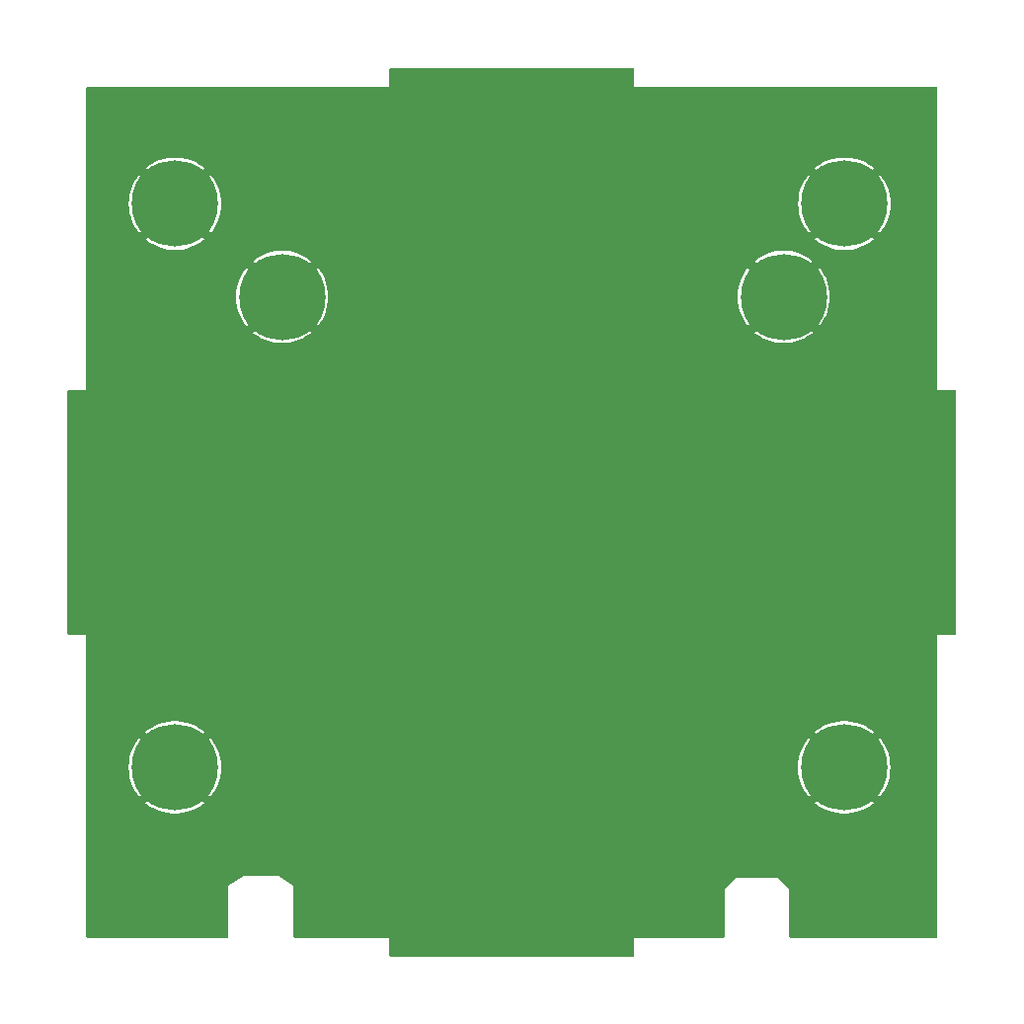
<source format=gbr>
%TF.GenerationSoftware,KiCad,Pcbnew,7.0.5-0*%
%TF.CreationDate,2024-04-21T20:23:48-04:00*%
%TF.ProjectId,swr_meter_divider,7377725f-6d65-4746-9572-5f6469766964,rev?*%
%TF.SameCoordinates,Original*%
%TF.FileFunction,Copper,L2,Bot*%
%TF.FilePolarity,Positive*%
%FSLAX46Y46*%
G04 Gerber Fmt 4.6, Leading zero omitted, Abs format (unit mm)*
G04 Created by KiCad (PCBNEW 7.0.5-0) date 2024-04-21 20:23:48*
%MOMM*%
%LPD*%
G01*
G04 APERTURE LIST*
%TA.AperFunction,ComponentPad*%
%ADD10C,7.400000*%
%TD*%
G04 APERTURE END LIST*
D10*
%TO.P,H7,1,1*%
%TO.N,GND*%
X165005542Y-37058627D03*
%TD*%
%TO.P,H9,1,1*%
%TO.N,GND*%
X116795542Y-45043627D03*
%TD*%
%TO.P,H9,1,1*%
%TO.N,GND*%
X116795542Y-45043627D03*
%TD*%
%TO.P,H6,1,1*%
%TO.N,GND*%
X107605542Y-85393627D03*
%TD*%
%TO.P,H8,1,1*%
%TO.N,GND*%
X164995542Y-85393627D03*
%TD*%
%TO.P,H8,1,1*%
%TO.N,GND*%
X164995542Y-85393627D03*
%TD*%
%TO.P,H5,1,1*%
%TO.N,GND*%
X107615542Y-37058627D03*
%TD*%
%TO.P,H10,1,1*%
%TO.N,GND*%
X159795542Y-45043627D03*
%TD*%
%TO.P,H6,1,1*%
%TO.N,GND*%
X107605542Y-85393627D03*
%TD*%
%TO.P,H7,1,1*%
%TO.N,GND*%
X165005542Y-37058627D03*
%TD*%
%TO.P,H7,1,1*%
%TO.N,GND*%
X165005542Y-37058627D03*
%TD*%
%TO.P,H8,1,1*%
%TO.N,GND*%
X164995542Y-85393627D03*
%TD*%
%TO.P,H6,1,1*%
%TO.N,GND*%
X107605542Y-85393627D03*
%TD*%
%TO.P,H5,1,1*%
%TO.N,GND*%
X107615542Y-37058627D03*
%TD*%
%TO.P,H10,1,1*%
%TO.N,GND*%
X159795542Y-45043627D03*
%TD*%
%TO.P,H10,1,1*%
%TO.N,GND*%
X159795542Y-45043627D03*
%TD*%
%TO.P,H5,1,1*%
%TO.N,GND*%
X107615542Y-37058627D03*
%TD*%
%TO.P,H9,1,1*%
%TO.N,GND*%
X116795542Y-45043627D03*
%TD*%
%TA.AperFunction,Conductor*%
%TO.N,GND*%
G36*
X146958031Y-25419713D02*
G01*
X146994576Y-25470013D01*
X146999500Y-25501100D01*
X146999500Y-26980077D01*
X146999424Y-26980460D01*
X146999458Y-27000000D01*
X146999535Y-27000184D01*
X146999617Y-27000384D01*
X146999997Y-27000541D01*
X146999999Y-27000540D01*
X147000000Y-27000541D01*
X147000000Y-27000540D01*
X147019970Y-27000527D01*
X147020106Y-27000500D01*
X172898900Y-27000500D01*
X172958031Y-27019713D01*
X172994576Y-27070013D01*
X172999500Y-27101100D01*
X172999500Y-52980076D01*
X172999424Y-52980459D01*
X172999458Y-52999999D01*
X172999535Y-53000183D01*
X172999617Y-53000383D01*
X172999997Y-53000540D01*
X172999999Y-53000539D01*
X173000000Y-53000540D01*
X173000000Y-53000539D01*
X173019970Y-53000526D01*
X173020106Y-53000499D01*
X174498899Y-53000499D01*
X174558030Y-53019712D01*
X174594575Y-53070012D01*
X174599499Y-53101099D01*
X174599499Y-73898900D01*
X174580286Y-73958031D01*
X174529986Y-73994576D01*
X174498899Y-73999500D01*
X173020106Y-73999500D01*
X173019900Y-73999459D01*
X172999997Y-73999459D01*
X172999879Y-73999508D01*
X172999617Y-73999615D01*
X172999616Y-73999616D01*
X172999458Y-73999997D01*
X172999473Y-74019970D01*
X172999500Y-74020106D01*
X172999500Y-99898900D01*
X172980287Y-99958031D01*
X172929987Y-99994576D01*
X172898900Y-99999500D01*
X160376642Y-99999500D01*
X160317511Y-99980287D01*
X160280966Y-99929987D01*
X160276042Y-99898900D01*
X160276042Y-95853812D01*
X160276093Y-95853552D01*
X160276083Y-95833629D01*
X160276084Y-95833627D01*
X160275966Y-95833344D01*
X160275925Y-95833244D01*
X160275923Y-95833243D01*
X160262111Y-95819361D01*
X160261726Y-95819104D01*
X159287308Y-94844685D01*
X159275925Y-94833243D01*
X159275827Y-94833203D01*
X159275835Y-94833181D01*
X159275718Y-94833158D01*
X159275542Y-94833085D01*
X159275541Y-94833085D01*
X159255553Y-94833087D01*
X159255358Y-94833127D01*
X155777826Y-94833127D01*
X155776566Y-94833111D01*
X155775542Y-94833085D01*
X155775296Y-94833185D01*
X155775243Y-94833206D01*
X155775210Y-94833221D01*
X155775159Y-94833242D01*
X155774483Y-94833921D01*
X155773554Y-94834829D01*
X154738549Y-95820546D01*
X154736422Y-95821941D01*
X154725156Y-95833246D01*
X154725077Y-95833437D01*
X154725000Y-95833611D01*
X154724657Y-95850437D01*
X154725042Y-95852496D01*
X154725042Y-99898900D01*
X154705829Y-99958031D01*
X154655529Y-99994576D01*
X154624442Y-99999500D01*
X147020106Y-99999500D01*
X147019900Y-99999459D01*
X146999997Y-99999459D01*
X146999879Y-99999508D01*
X146999617Y-99999615D01*
X146999616Y-99999616D01*
X146999458Y-99999997D01*
X146999473Y-100019970D01*
X146999500Y-100020106D01*
X146999500Y-101498898D01*
X146980287Y-101558029D01*
X146929987Y-101594574D01*
X146898900Y-101599498D01*
X126101100Y-101599498D01*
X126041969Y-101580285D01*
X126005424Y-101529985D01*
X126000500Y-101498898D01*
X126000500Y-100020106D01*
X126000526Y-100019970D01*
X126000541Y-99999997D01*
X126000383Y-99999616D01*
X126000120Y-99999508D01*
X126000002Y-99999459D01*
X125980100Y-99999459D01*
X125979894Y-99999500D01*
X117876642Y-99999500D01*
X117817511Y-99980287D01*
X117780966Y-99929987D01*
X117776042Y-99898900D01*
X117776042Y-95595390D01*
X117776862Y-95588350D01*
X117776047Y-95583365D01*
X117772513Y-95579819D01*
X117766300Y-95576357D01*
X116750090Y-94844685D01*
X116532833Y-94688259D01*
X116527940Y-94684082D01*
X116526781Y-94683600D01*
X116525665Y-94683114D01*
X116524401Y-94682841D01*
X116523424Y-94682608D01*
X116517055Y-94683127D01*
X113535815Y-94683127D01*
X113528935Y-94682442D01*
X113527713Y-94682685D01*
X113525400Y-94683134D01*
X113522308Y-94684392D01*
X113516999Y-94688719D01*
X112183377Y-95577801D01*
X112177407Y-95580999D01*
X112175042Y-95583359D01*
X112174367Y-95586819D01*
X112175042Y-95593636D01*
X112175042Y-99898900D01*
X112155829Y-99958031D01*
X112105529Y-99994576D01*
X112074442Y-99999500D01*
X100101100Y-99999500D01*
X100041969Y-99980287D01*
X100005424Y-99929987D01*
X100000500Y-99898900D01*
X100000500Y-85393626D01*
X103646461Y-85393626D01*
X103666773Y-85794153D01*
X103666774Y-85794164D01*
X103727503Y-86190583D01*
X103828026Y-86578827D01*
X103967315Y-86954915D01*
X103967318Y-86954922D01*
X104143933Y-87314975D01*
X104356074Y-87655325D01*
X104551962Y-87908390D01*
X106055422Y-86404929D01*
X106096932Y-86472945D01*
X106270158Y-86681099D01*
X106471847Y-86861812D01*
X106594816Y-86943167D01*
X105091470Y-88446513D01*
X105182162Y-88524370D01*
X105182168Y-88524375D01*
X105511329Y-88753476D01*
X105511328Y-88753476D01*
X105861989Y-88948110D01*
X105861992Y-88948111D01*
X106230530Y-89106263D01*
X106230535Y-89106265D01*
X106613175Y-89226319D01*
X106613189Y-89226323D01*
X107006025Y-89307052D01*
X107006029Y-89307053D01*
X107405018Y-89347627D01*
X107806066Y-89347627D01*
X108205054Y-89307053D01*
X108205058Y-89307052D01*
X108597894Y-89226323D01*
X108597908Y-89226319D01*
X108980548Y-89106265D01*
X108980553Y-89106263D01*
X109349091Y-88948111D01*
X109349094Y-88948110D01*
X109699750Y-88753479D01*
X110028922Y-88524368D01*
X110119613Y-88446513D01*
X108619247Y-86946147D01*
X108629042Y-86940650D01*
X108843384Y-86775141D01*
X109031342Y-86580187D01*
X109156282Y-86405552D01*
X110659120Y-87908390D01*
X110855009Y-87655325D01*
X111067150Y-87314975D01*
X111243765Y-86954922D01*
X111243768Y-86954915D01*
X111383057Y-86578827D01*
X111483580Y-86190583D01*
X111544309Y-85794164D01*
X111544310Y-85794153D01*
X111564622Y-85393626D01*
X161036461Y-85393626D01*
X161056773Y-85794153D01*
X161056774Y-85794164D01*
X161117503Y-86190583D01*
X161218026Y-86578827D01*
X161357315Y-86954915D01*
X161357318Y-86954922D01*
X161533933Y-87314975D01*
X161746074Y-87655325D01*
X161941962Y-87908390D01*
X163445422Y-86404929D01*
X163486932Y-86472945D01*
X163660158Y-86681099D01*
X163861847Y-86861812D01*
X163984816Y-86943167D01*
X162481470Y-88446513D01*
X162572162Y-88524370D01*
X162572168Y-88524375D01*
X162901329Y-88753476D01*
X162901328Y-88753476D01*
X163251989Y-88948110D01*
X163251992Y-88948111D01*
X163620530Y-89106263D01*
X163620535Y-89106265D01*
X164003175Y-89226319D01*
X164003189Y-89226323D01*
X164396025Y-89307052D01*
X164396029Y-89307053D01*
X164795018Y-89347627D01*
X165196066Y-89347627D01*
X165595054Y-89307053D01*
X165595058Y-89307052D01*
X165987894Y-89226323D01*
X165987908Y-89226319D01*
X166370548Y-89106265D01*
X166370553Y-89106263D01*
X166739091Y-88948111D01*
X166739094Y-88948110D01*
X167089750Y-88753479D01*
X167418922Y-88524368D01*
X167509613Y-88446513D01*
X166009247Y-86946147D01*
X166019042Y-86940650D01*
X166233384Y-86775141D01*
X166421342Y-86580187D01*
X166546282Y-86405552D01*
X168049120Y-87908390D01*
X168245009Y-87655325D01*
X168457150Y-87314975D01*
X168633765Y-86954922D01*
X168633768Y-86954915D01*
X168773057Y-86578827D01*
X168873580Y-86190583D01*
X168934309Y-85794164D01*
X168934310Y-85794153D01*
X168954622Y-85393627D01*
X168934310Y-84993100D01*
X168934309Y-84993089D01*
X168873580Y-84596670D01*
X168773057Y-84208426D01*
X168633768Y-83832338D01*
X168633765Y-83832331D01*
X168457150Y-83472278D01*
X168245009Y-83131928D01*
X168049121Y-82878862D01*
X168049120Y-82878862D01*
X166545659Y-84382322D01*
X166504152Y-84314309D01*
X166330926Y-84106155D01*
X166129237Y-83925442D01*
X166006266Y-83844085D01*
X167509612Y-82340739D01*
X167509613Y-82340739D01*
X167418921Y-82262883D01*
X167418915Y-82262878D01*
X167089754Y-82033777D01*
X167089755Y-82033777D01*
X166739094Y-81839143D01*
X166739091Y-81839142D01*
X166370553Y-81680990D01*
X166370548Y-81680988D01*
X165987908Y-81560934D01*
X165987894Y-81560930D01*
X165595058Y-81480201D01*
X165595054Y-81480200D01*
X165196066Y-81439627D01*
X164795018Y-81439627D01*
X164396029Y-81480200D01*
X164396025Y-81480201D01*
X164003189Y-81560930D01*
X164003175Y-81560934D01*
X163620535Y-81680988D01*
X163620530Y-81680990D01*
X163251992Y-81839142D01*
X163251989Y-81839143D01*
X162901328Y-82033777D01*
X162572172Y-82262875D01*
X162572168Y-82262879D01*
X162481470Y-82340739D01*
X163981837Y-83841106D01*
X163972042Y-83846604D01*
X163757700Y-84012113D01*
X163569742Y-84207067D01*
X163444801Y-84381701D01*
X161941962Y-82878862D01*
X161746075Y-83131928D01*
X161533933Y-83472278D01*
X161357318Y-83832331D01*
X161357315Y-83832338D01*
X161218026Y-84208426D01*
X161117503Y-84596670D01*
X161056774Y-84993089D01*
X161056773Y-84993100D01*
X161036461Y-85393626D01*
X111564622Y-85393626D01*
X111544310Y-84993100D01*
X111544309Y-84993089D01*
X111483580Y-84596670D01*
X111383057Y-84208426D01*
X111243768Y-83832338D01*
X111243765Y-83832331D01*
X111067150Y-83472278D01*
X110855009Y-83131928D01*
X110659121Y-82878862D01*
X110659120Y-82878862D01*
X109155660Y-84382322D01*
X109114152Y-84314309D01*
X108940926Y-84106155D01*
X108739237Y-83925442D01*
X108616266Y-83844085D01*
X110119612Y-82340739D01*
X110119613Y-82340739D01*
X110028921Y-82262883D01*
X110028915Y-82262878D01*
X109699754Y-82033777D01*
X109699755Y-82033777D01*
X109349094Y-81839143D01*
X109349091Y-81839142D01*
X108980553Y-81680990D01*
X108980548Y-81680988D01*
X108597908Y-81560934D01*
X108597894Y-81560930D01*
X108205058Y-81480201D01*
X108205054Y-81480200D01*
X107806066Y-81439627D01*
X107405018Y-81439627D01*
X107006029Y-81480200D01*
X107006025Y-81480201D01*
X106613189Y-81560930D01*
X106613175Y-81560934D01*
X106230535Y-81680988D01*
X106230530Y-81680990D01*
X105861992Y-81839142D01*
X105861989Y-81839143D01*
X105511328Y-82033777D01*
X105182172Y-82262875D01*
X105182168Y-82262879D01*
X105091470Y-82340739D01*
X106591837Y-83841106D01*
X106582042Y-83846604D01*
X106367700Y-84012113D01*
X106179742Y-84207067D01*
X106054801Y-84381700D01*
X104551962Y-82878862D01*
X104356075Y-83131928D01*
X104143933Y-83472278D01*
X103967318Y-83832331D01*
X103967315Y-83832338D01*
X103828026Y-84208426D01*
X103727503Y-84596670D01*
X103666774Y-84993089D01*
X103666773Y-84993100D01*
X103646461Y-85393626D01*
X100000500Y-85393626D01*
X100000500Y-74020106D01*
X100000526Y-74019970D01*
X100000541Y-73999997D01*
X100000383Y-73999616D01*
X100000120Y-73999508D01*
X100000002Y-73999459D01*
X99980100Y-73999459D01*
X99979894Y-73999500D01*
X98501102Y-73999500D01*
X98441971Y-73980287D01*
X98405426Y-73929987D01*
X98400502Y-73898900D01*
X98400502Y-53101099D01*
X98419715Y-53041968D01*
X98470015Y-53005423D01*
X98501102Y-53000499D01*
X99979894Y-53000499D01*
X99980029Y-53000526D01*
X99980030Y-53000526D01*
X99999999Y-53000539D01*
X100000000Y-53000540D01*
X100000000Y-53000539D01*
X100000002Y-53000540D01*
X100000382Y-53000383D01*
X100000382Y-53000382D01*
X100000383Y-53000382D01*
X100000500Y-53000098D01*
X100000541Y-52999999D01*
X100000575Y-52980459D01*
X100000499Y-52980081D01*
X100000499Y-45043626D01*
X112836461Y-45043626D01*
X112856773Y-45444153D01*
X112856774Y-45444164D01*
X112917503Y-45840583D01*
X113018026Y-46228827D01*
X113157315Y-46604915D01*
X113157318Y-46604922D01*
X113333933Y-46964975D01*
X113546074Y-47305325D01*
X113741962Y-47558390D01*
X115245422Y-46054929D01*
X115286932Y-46122945D01*
X115460158Y-46331099D01*
X115661847Y-46511812D01*
X115784816Y-46593167D01*
X114281470Y-48096513D01*
X114372162Y-48174370D01*
X114372168Y-48174375D01*
X114701329Y-48403476D01*
X114701328Y-48403476D01*
X115051989Y-48598110D01*
X115051992Y-48598111D01*
X115420530Y-48756263D01*
X115420535Y-48756265D01*
X115803175Y-48876319D01*
X115803189Y-48876323D01*
X116196025Y-48957052D01*
X116196029Y-48957053D01*
X116595018Y-48997627D01*
X116996066Y-48997627D01*
X117395054Y-48957053D01*
X117395058Y-48957052D01*
X117787894Y-48876323D01*
X117787908Y-48876319D01*
X118170548Y-48756265D01*
X118170553Y-48756263D01*
X118539091Y-48598111D01*
X118539094Y-48598110D01*
X118889750Y-48403479D01*
X119218922Y-48174368D01*
X119309613Y-48096513D01*
X117809247Y-46596147D01*
X117819042Y-46590650D01*
X118033384Y-46425141D01*
X118221342Y-46230187D01*
X118346282Y-46055552D01*
X119849120Y-47558390D01*
X120045009Y-47305325D01*
X120257150Y-46964975D01*
X120433765Y-46604922D01*
X120433768Y-46604915D01*
X120573057Y-46228827D01*
X120673580Y-45840583D01*
X120734309Y-45444164D01*
X120734310Y-45444153D01*
X120754622Y-45043626D01*
X155836461Y-45043626D01*
X155856773Y-45444153D01*
X155856774Y-45444164D01*
X155917503Y-45840583D01*
X156018026Y-46228827D01*
X156157315Y-46604915D01*
X156157318Y-46604922D01*
X156333933Y-46964975D01*
X156546074Y-47305325D01*
X156741962Y-47558390D01*
X158245422Y-46054929D01*
X158286932Y-46122945D01*
X158460158Y-46331099D01*
X158661847Y-46511812D01*
X158784816Y-46593167D01*
X157281470Y-48096513D01*
X157372162Y-48174370D01*
X157372168Y-48174375D01*
X157701329Y-48403476D01*
X157701328Y-48403476D01*
X158051989Y-48598110D01*
X158051992Y-48598111D01*
X158420530Y-48756263D01*
X158420535Y-48756265D01*
X158803175Y-48876319D01*
X158803189Y-48876323D01*
X159196025Y-48957052D01*
X159196029Y-48957053D01*
X159595018Y-48997627D01*
X159996066Y-48997627D01*
X160395054Y-48957053D01*
X160395058Y-48957052D01*
X160787894Y-48876323D01*
X160787908Y-48876319D01*
X161170548Y-48756265D01*
X161170553Y-48756263D01*
X161539091Y-48598111D01*
X161539094Y-48598110D01*
X161889750Y-48403479D01*
X162218922Y-48174368D01*
X162309613Y-48096513D01*
X160809247Y-46596147D01*
X160819042Y-46590650D01*
X161033384Y-46425141D01*
X161221342Y-46230187D01*
X161346282Y-46055552D01*
X162849120Y-47558390D01*
X163045009Y-47305325D01*
X163257150Y-46964975D01*
X163433765Y-46604922D01*
X163433768Y-46604915D01*
X163573057Y-46228827D01*
X163673580Y-45840583D01*
X163734309Y-45444164D01*
X163734310Y-45444153D01*
X163754622Y-45043627D01*
X163734310Y-44643100D01*
X163734309Y-44643089D01*
X163673580Y-44246670D01*
X163573057Y-43858426D01*
X163433768Y-43482338D01*
X163433765Y-43482331D01*
X163257150Y-43122278D01*
X163045009Y-42781928D01*
X162849121Y-42528862D01*
X162849120Y-42528862D01*
X161345660Y-44032322D01*
X161304152Y-43964309D01*
X161130926Y-43756155D01*
X160929237Y-43575442D01*
X160806266Y-43494085D01*
X162309612Y-41990739D01*
X162309613Y-41990739D01*
X162218921Y-41912883D01*
X162218915Y-41912878D01*
X161889754Y-41683777D01*
X161889755Y-41683777D01*
X161539094Y-41489143D01*
X161539091Y-41489142D01*
X161170553Y-41330990D01*
X161170548Y-41330988D01*
X160787908Y-41210934D01*
X160787894Y-41210930D01*
X160395058Y-41130201D01*
X160395054Y-41130200D01*
X159996066Y-41089627D01*
X159595018Y-41089627D01*
X159196029Y-41130200D01*
X159196025Y-41130201D01*
X158803189Y-41210930D01*
X158803175Y-41210934D01*
X158420535Y-41330988D01*
X158420530Y-41330990D01*
X158051992Y-41489142D01*
X158051989Y-41489143D01*
X157701328Y-41683777D01*
X157372172Y-41912875D01*
X157372168Y-41912879D01*
X157281470Y-41990739D01*
X158781837Y-43491106D01*
X158772042Y-43496604D01*
X158557700Y-43662113D01*
X158369742Y-43857067D01*
X158244801Y-44031700D01*
X156741962Y-42528862D01*
X156546075Y-42781928D01*
X156333933Y-43122278D01*
X156157318Y-43482331D01*
X156157315Y-43482338D01*
X156018026Y-43858426D01*
X155917503Y-44246670D01*
X155856774Y-44643089D01*
X155856773Y-44643100D01*
X155836461Y-45043626D01*
X120754622Y-45043626D01*
X120734310Y-44643100D01*
X120734309Y-44643089D01*
X120673580Y-44246670D01*
X120573057Y-43858426D01*
X120433768Y-43482338D01*
X120433765Y-43482331D01*
X120257150Y-43122278D01*
X120045009Y-42781928D01*
X119849121Y-42528862D01*
X119849120Y-42528862D01*
X118345660Y-44032322D01*
X118304152Y-43964309D01*
X118130926Y-43756155D01*
X117929237Y-43575442D01*
X117806266Y-43494085D01*
X119309612Y-41990739D01*
X119309613Y-41990739D01*
X119218921Y-41912883D01*
X119218915Y-41912878D01*
X118889754Y-41683777D01*
X118889755Y-41683777D01*
X118539094Y-41489143D01*
X118539091Y-41489142D01*
X118170553Y-41330990D01*
X118170548Y-41330988D01*
X117787908Y-41210934D01*
X117787894Y-41210930D01*
X117395058Y-41130201D01*
X117395054Y-41130200D01*
X116996066Y-41089627D01*
X116595018Y-41089627D01*
X116196029Y-41130200D01*
X116196025Y-41130201D01*
X115803189Y-41210930D01*
X115803175Y-41210934D01*
X115420535Y-41330988D01*
X115420530Y-41330990D01*
X115051992Y-41489142D01*
X115051989Y-41489143D01*
X114701328Y-41683777D01*
X114372172Y-41912875D01*
X114372168Y-41912879D01*
X114281470Y-41990739D01*
X115781837Y-43491106D01*
X115772042Y-43496604D01*
X115557700Y-43662113D01*
X115369742Y-43857067D01*
X115244801Y-44031701D01*
X113741962Y-42528862D01*
X113546075Y-42781928D01*
X113333933Y-43122278D01*
X113157318Y-43482331D01*
X113157315Y-43482338D01*
X113018026Y-43858426D01*
X112917503Y-44246670D01*
X112856774Y-44643089D01*
X112856773Y-44643100D01*
X112836461Y-45043626D01*
X100000499Y-45043626D01*
X100000500Y-37058627D01*
X103656461Y-37058627D01*
X103676773Y-37459153D01*
X103676774Y-37459164D01*
X103737503Y-37855583D01*
X103838026Y-38243827D01*
X103977315Y-38619915D01*
X103977318Y-38619922D01*
X104153933Y-38979975D01*
X104366074Y-39320325D01*
X104561962Y-39573390D01*
X106065422Y-38069929D01*
X106106932Y-38137945D01*
X106280158Y-38346099D01*
X106481847Y-38526812D01*
X106604816Y-38608167D01*
X105101470Y-40111513D01*
X105192162Y-40189370D01*
X105192168Y-40189375D01*
X105521329Y-40418476D01*
X105521328Y-40418476D01*
X105871989Y-40613110D01*
X105871992Y-40613111D01*
X106240530Y-40771263D01*
X106240535Y-40771265D01*
X106623175Y-40891319D01*
X106623189Y-40891323D01*
X107016025Y-40972052D01*
X107016029Y-40972053D01*
X107415018Y-41012627D01*
X107816066Y-41012627D01*
X108215054Y-40972053D01*
X108215058Y-40972052D01*
X108607894Y-40891323D01*
X108607908Y-40891319D01*
X108990548Y-40771265D01*
X108990553Y-40771263D01*
X109359091Y-40613111D01*
X109359094Y-40613110D01*
X109709750Y-40418479D01*
X110038922Y-40189368D01*
X110129613Y-40111513D01*
X108629247Y-38611147D01*
X108639042Y-38605650D01*
X108853384Y-38440141D01*
X109041342Y-38245187D01*
X109166282Y-38070552D01*
X110669120Y-39573390D01*
X110865009Y-39320325D01*
X111077150Y-38979975D01*
X111253765Y-38619922D01*
X111253768Y-38619915D01*
X111393057Y-38243827D01*
X111493580Y-37855583D01*
X111554309Y-37459164D01*
X111554310Y-37459153D01*
X111574622Y-37058626D01*
X161046461Y-37058626D01*
X161066773Y-37459153D01*
X161066774Y-37459164D01*
X161127503Y-37855583D01*
X161228026Y-38243827D01*
X161367315Y-38619915D01*
X161367318Y-38619922D01*
X161543933Y-38979975D01*
X161756074Y-39320325D01*
X161951962Y-39573390D01*
X163455422Y-38069929D01*
X163496932Y-38137945D01*
X163670158Y-38346099D01*
X163871847Y-38526812D01*
X163994816Y-38608167D01*
X162491470Y-40111513D01*
X162582162Y-40189370D01*
X162582168Y-40189375D01*
X162911329Y-40418476D01*
X162911328Y-40418476D01*
X163261989Y-40613110D01*
X163261992Y-40613111D01*
X163630530Y-40771263D01*
X163630535Y-40771265D01*
X164013175Y-40891319D01*
X164013189Y-40891323D01*
X164406025Y-40972052D01*
X164406029Y-40972053D01*
X164805018Y-41012627D01*
X165206066Y-41012627D01*
X165605054Y-40972053D01*
X165605058Y-40972052D01*
X165997894Y-40891323D01*
X165997908Y-40891319D01*
X166380548Y-40771265D01*
X166380553Y-40771263D01*
X166749091Y-40613111D01*
X166749094Y-40613110D01*
X167099750Y-40418479D01*
X167428922Y-40189368D01*
X167519613Y-40111513D01*
X166019247Y-38611147D01*
X166029042Y-38605650D01*
X166243384Y-38440141D01*
X166431342Y-38245187D01*
X166556282Y-38070552D01*
X168059120Y-39573390D01*
X168255009Y-39320325D01*
X168467150Y-38979975D01*
X168643765Y-38619922D01*
X168643768Y-38619915D01*
X168783057Y-38243827D01*
X168883580Y-37855583D01*
X168944309Y-37459164D01*
X168944310Y-37459153D01*
X168964622Y-37058627D01*
X168944310Y-36658100D01*
X168944309Y-36658089D01*
X168883580Y-36261670D01*
X168783057Y-35873426D01*
X168643768Y-35497338D01*
X168643765Y-35497331D01*
X168467150Y-35137278D01*
X168255009Y-34796928D01*
X168059120Y-34543862D01*
X166555659Y-36047322D01*
X166514152Y-35979309D01*
X166340926Y-35771155D01*
X166139237Y-35590442D01*
X166016266Y-35509085D01*
X167519612Y-34005739D01*
X167519613Y-34005739D01*
X167428921Y-33927883D01*
X167428915Y-33927878D01*
X167099754Y-33698777D01*
X167099755Y-33698777D01*
X166749094Y-33504143D01*
X166749091Y-33504142D01*
X166380553Y-33345990D01*
X166380548Y-33345988D01*
X165997908Y-33225934D01*
X165997894Y-33225930D01*
X165605058Y-33145201D01*
X165605054Y-33145200D01*
X165206066Y-33104627D01*
X164805018Y-33104627D01*
X164406029Y-33145200D01*
X164406025Y-33145201D01*
X164013189Y-33225930D01*
X164013175Y-33225934D01*
X163630535Y-33345988D01*
X163630530Y-33345990D01*
X163261992Y-33504142D01*
X163261989Y-33504143D01*
X162911328Y-33698777D01*
X162582172Y-33927875D01*
X162582168Y-33927879D01*
X162491470Y-34005739D01*
X163991837Y-35506106D01*
X163982042Y-35511604D01*
X163767700Y-35677113D01*
X163579742Y-35872067D01*
X163454801Y-36046701D01*
X161951962Y-34543862D01*
X161756075Y-34796928D01*
X161543933Y-35137278D01*
X161367318Y-35497331D01*
X161367315Y-35497338D01*
X161228026Y-35873426D01*
X161127503Y-36261670D01*
X161066774Y-36658089D01*
X161066773Y-36658100D01*
X161046461Y-37058626D01*
X111574622Y-37058626D01*
X111554310Y-36658100D01*
X111554309Y-36658089D01*
X111493580Y-36261670D01*
X111393057Y-35873426D01*
X111253768Y-35497338D01*
X111253765Y-35497331D01*
X111077150Y-35137278D01*
X110865009Y-34796928D01*
X110669121Y-34543862D01*
X110669120Y-34543862D01*
X109165660Y-36047322D01*
X109124152Y-35979309D01*
X108950926Y-35771155D01*
X108749237Y-35590442D01*
X108626266Y-35509085D01*
X110129612Y-34005739D01*
X110129613Y-34005739D01*
X110038921Y-33927883D01*
X110038915Y-33927878D01*
X109709754Y-33698777D01*
X109709755Y-33698777D01*
X109359094Y-33504143D01*
X109359091Y-33504142D01*
X108990553Y-33345990D01*
X108990548Y-33345988D01*
X108607908Y-33225934D01*
X108607894Y-33225930D01*
X108215058Y-33145201D01*
X108215054Y-33145200D01*
X107816066Y-33104627D01*
X107415018Y-33104627D01*
X107016029Y-33145200D01*
X107016025Y-33145201D01*
X106623189Y-33225930D01*
X106623175Y-33225934D01*
X106240535Y-33345988D01*
X106240530Y-33345990D01*
X105871992Y-33504142D01*
X105871989Y-33504143D01*
X105521328Y-33698777D01*
X105192172Y-33927875D01*
X105192168Y-33927879D01*
X105101470Y-34005739D01*
X106601837Y-35506106D01*
X106592042Y-35511604D01*
X106377700Y-35677113D01*
X106189742Y-35872067D01*
X106064801Y-36046701D01*
X104561962Y-34543862D01*
X104366075Y-34796928D01*
X104153933Y-35137278D01*
X103977318Y-35497331D01*
X103977315Y-35497338D01*
X103838026Y-35873426D01*
X103737503Y-36261670D01*
X103676774Y-36658089D01*
X103676773Y-36658100D01*
X103656461Y-37058627D01*
X100000500Y-37058627D01*
X100000500Y-27101099D01*
X100019713Y-27041969D01*
X100070013Y-27005424D01*
X100101100Y-27000500D01*
X125979894Y-27000500D01*
X125980029Y-27000527D01*
X125980030Y-27000527D01*
X125999999Y-27000540D01*
X126000000Y-27000541D01*
X126000000Y-27000540D01*
X126000002Y-27000541D01*
X126000382Y-27000384D01*
X126000382Y-27000383D01*
X126000383Y-27000383D01*
X126000500Y-27000099D01*
X126000541Y-27000000D01*
X126000575Y-26980460D01*
X126000500Y-26980082D01*
X126000500Y-25501100D01*
X126019713Y-25441969D01*
X126070013Y-25405424D01*
X126101100Y-25400500D01*
X146898900Y-25400500D01*
X146958031Y-25419713D01*
G37*
%TD.AperFunction*%
%TD*%
%TA.AperFunction,Conductor*%
%TO.N,GND*%
G36*
X146958031Y-25419713D02*
G01*
X146994576Y-25470013D01*
X146999500Y-25501100D01*
X146999500Y-26980077D01*
X146999424Y-26980460D01*
X146999458Y-27000000D01*
X146999535Y-27000184D01*
X146999617Y-27000384D01*
X146999997Y-27000541D01*
X146999999Y-27000540D01*
X147000000Y-27000541D01*
X147000000Y-27000540D01*
X147019970Y-27000527D01*
X147020106Y-27000500D01*
X172898900Y-27000500D01*
X172958031Y-27019713D01*
X172994576Y-27070013D01*
X172999500Y-27101100D01*
X172999500Y-52980076D01*
X172999424Y-52980459D01*
X172999458Y-52999999D01*
X172999535Y-53000183D01*
X172999617Y-53000383D01*
X172999997Y-53000540D01*
X172999999Y-53000539D01*
X173000000Y-53000540D01*
X173000000Y-53000539D01*
X173019970Y-53000526D01*
X173020106Y-53000499D01*
X174498899Y-53000499D01*
X174558030Y-53019712D01*
X174594575Y-53070012D01*
X174599499Y-53101099D01*
X174599499Y-73898900D01*
X174580286Y-73958031D01*
X174529986Y-73994576D01*
X174498899Y-73999500D01*
X173020106Y-73999500D01*
X173019900Y-73999459D01*
X172999997Y-73999459D01*
X172999879Y-73999508D01*
X172999617Y-73999615D01*
X172999616Y-73999616D01*
X172999458Y-73999997D01*
X172999473Y-74019970D01*
X172999500Y-74020106D01*
X172999500Y-99898900D01*
X172980287Y-99958031D01*
X172929987Y-99994576D01*
X172898900Y-99999500D01*
X160376642Y-99999500D01*
X160317511Y-99980287D01*
X160280966Y-99929987D01*
X160276042Y-99898900D01*
X160276042Y-95853812D01*
X160276093Y-95853552D01*
X160276083Y-95833629D01*
X160276084Y-95833627D01*
X160275966Y-95833344D01*
X160275925Y-95833244D01*
X160275923Y-95833243D01*
X160262111Y-95819361D01*
X160261726Y-95819104D01*
X159287308Y-94844685D01*
X159275925Y-94833243D01*
X159275827Y-94833203D01*
X159275835Y-94833181D01*
X159275718Y-94833158D01*
X159275542Y-94833085D01*
X159275541Y-94833085D01*
X159255553Y-94833087D01*
X159255358Y-94833127D01*
X155777826Y-94833127D01*
X155776566Y-94833111D01*
X155775542Y-94833085D01*
X155775296Y-94833185D01*
X155775243Y-94833206D01*
X155775210Y-94833221D01*
X155775159Y-94833242D01*
X155774483Y-94833921D01*
X155773554Y-94834829D01*
X154738549Y-95820546D01*
X154736422Y-95821941D01*
X154725156Y-95833246D01*
X154725077Y-95833437D01*
X154725000Y-95833611D01*
X154724657Y-95850437D01*
X154725042Y-95852496D01*
X154725042Y-99898900D01*
X154705829Y-99958031D01*
X154655529Y-99994576D01*
X154624442Y-99999500D01*
X147020106Y-99999500D01*
X147019900Y-99999459D01*
X146999997Y-99999459D01*
X146999879Y-99999508D01*
X146999617Y-99999615D01*
X146999616Y-99999616D01*
X146999458Y-99999997D01*
X146999473Y-100019970D01*
X146999500Y-100020106D01*
X146999500Y-101498898D01*
X146980287Y-101558029D01*
X146929987Y-101594574D01*
X146898900Y-101599498D01*
X126101100Y-101599498D01*
X126041969Y-101580285D01*
X126005424Y-101529985D01*
X126000500Y-101498898D01*
X126000500Y-100020106D01*
X126000526Y-100019970D01*
X126000541Y-99999997D01*
X126000383Y-99999616D01*
X126000120Y-99999508D01*
X126000002Y-99999459D01*
X125980100Y-99999459D01*
X125979894Y-99999500D01*
X117876642Y-99999500D01*
X117817511Y-99980287D01*
X117780966Y-99929987D01*
X117776042Y-99898900D01*
X117776042Y-95595390D01*
X117776862Y-95588350D01*
X117776047Y-95583365D01*
X117772513Y-95579819D01*
X117766300Y-95576357D01*
X116750090Y-94844685D01*
X116532833Y-94688259D01*
X116527940Y-94684082D01*
X116526781Y-94683600D01*
X116525665Y-94683114D01*
X116524401Y-94682841D01*
X116523424Y-94682608D01*
X116517055Y-94683127D01*
X113535815Y-94683127D01*
X113528935Y-94682442D01*
X113527713Y-94682685D01*
X113525400Y-94683134D01*
X113522308Y-94684392D01*
X113516999Y-94688719D01*
X112183377Y-95577801D01*
X112177407Y-95580999D01*
X112175042Y-95583359D01*
X112174367Y-95586819D01*
X112175042Y-95593636D01*
X112175042Y-99898900D01*
X112155829Y-99958031D01*
X112105529Y-99994576D01*
X112074442Y-99999500D01*
X100101100Y-99999500D01*
X100041969Y-99980287D01*
X100005424Y-99929987D01*
X100000500Y-99898900D01*
X100000500Y-85393626D01*
X103646461Y-85393626D01*
X103666773Y-85794153D01*
X103666774Y-85794164D01*
X103727503Y-86190583D01*
X103828026Y-86578827D01*
X103967315Y-86954915D01*
X103967318Y-86954922D01*
X104143933Y-87314975D01*
X104356074Y-87655325D01*
X104551962Y-87908390D01*
X106055422Y-86404929D01*
X106096932Y-86472945D01*
X106270158Y-86681099D01*
X106471847Y-86861812D01*
X106594816Y-86943167D01*
X105091470Y-88446513D01*
X105182162Y-88524370D01*
X105182168Y-88524375D01*
X105511329Y-88753476D01*
X105511328Y-88753476D01*
X105861989Y-88948110D01*
X105861992Y-88948111D01*
X106230530Y-89106263D01*
X106230535Y-89106265D01*
X106613175Y-89226319D01*
X106613189Y-89226323D01*
X107006025Y-89307052D01*
X107006029Y-89307053D01*
X107405018Y-89347627D01*
X107806066Y-89347627D01*
X108205054Y-89307053D01*
X108205058Y-89307052D01*
X108597894Y-89226323D01*
X108597908Y-89226319D01*
X108980548Y-89106265D01*
X108980553Y-89106263D01*
X109349091Y-88948111D01*
X109349094Y-88948110D01*
X109699750Y-88753479D01*
X110028922Y-88524368D01*
X110119613Y-88446513D01*
X108619247Y-86946147D01*
X108629042Y-86940650D01*
X108843384Y-86775141D01*
X109031342Y-86580187D01*
X109156282Y-86405552D01*
X110659120Y-87908390D01*
X110855009Y-87655325D01*
X111067150Y-87314975D01*
X111243765Y-86954922D01*
X111243768Y-86954915D01*
X111383057Y-86578827D01*
X111483580Y-86190583D01*
X111544309Y-85794164D01*
X111544310Y-85794153D01*
X111564622Y-85393626D01*
X161036461Y-85393626D01*
X161056773Y-85794153D01*
X161056774Y-85794164D01*
X161117503Y-86190583D01*
X161218026Y-86578827D01*
X161357315Y-86954915D01*
X161357318Y-86954922D01*
X161533933Y-87314975D01*
X161746074Y-87655325D01*
X161941962Y-87908390D01*
X163445422Y-86404929D01*
X163486932Y-86472945D01*
X163660158Y-86681099D01*
X163861847Y-86861812D01*
X163984816Y-86943167D01*
X162481470Y-88446513D01*
X162572162Y-88524370D01*
X162572168Y-88524375D01*
X162901329Y-88753476D01*
X162901328Y-88753476D01*
X163251989Y-88948110D01*
X163251992Y-88948111D01*
X163620530Y-89106263D01*
X163620535Y-89106265D01*
X164003175Y-89226319D01*
X164003189Y-89226323D01*
X164396025Y-89307052D01*
X164396029Y-89307053D01*
X164795018Y-89347627D01*
X165196066Y-89347627D01*
X165595054Y-89307053D01*
X165595058Y-89307052D01*
X165987894Y-89226323D01*
X165987908Y-89226319D01*
X166370548Y-89106265D01*
X166370553Y-89106263D01*
X166739091Y-88948111D01*
X166739094Y-88948110D01*
X167089750Y-88753479D01*
X167418922Y-88524368D01*
X167509613Y-88446513D01*
X166009247Y-86946147D01*
X166019042Y-86940650D01*
X166233384Y-86775141D01*
X166421342Y-86580187D01*
X166546282Y-86405552D01*
X168049120Y-87908390D01*
X168245009Y-87655325D01*
X168457150Y-87314975D01*
X168633765Y-86954922D01*
X168633768Y-86954915D01*
X168773057Y-86578827D01*
X168873580Y-86190583D01*
X168934309Y-85794164D01*
X168934310Y-85794153D01*
X168954622Y-85393627D01*
X168934310Y-84993100D01*
X168934309Y-84993089D01*
X168873580Y-84596670D01*
X168773057Y-84208426D01*
X168633768Y-83832338D01*
X168633765Y-83832331D01*
X168457150Y-83472278D01*
X168245009Y-83131928D01*
X168049121Y-82878862D01*
X168049120Y-82878862D01*
X166545659Y-84382322D01*
X166504152Y-84314309D01*
X166330926Y-84106155D01*
X166129237Y-83925442D01*
X166006266Y-83844085D01*
X167509612Y-82340739D01*
X167509613Y-82340739D01*
X167418921Y-82262883D01*
X167418915Y-82262878D01*
X167089754Y-82033777D01*
X167089755Y-82033777D01*
X166739094Y-81839143D01*
X166739091Y-81839142D01*
X166370553Y-81680990D01*
X166370548Y-81680988D01*
X165987908Y-81560934D01*
X165987894Y-81560930D01*
X165595058Y-81480201D01*
X165595054Y-81480200D01*
X165196066Y-81439627D01*
X164795018Y-81439627D01*
X164396029Y-81480200D01*
X164396025Y-81480201D01*
X164003189Y-81560930D01*
X164003175Y-81560934D01*
X163620535Y-81680988D01*
X163620530Y-81680990D01*
X163251992Y-81839142D01*
X163251989Y-81839143D01*
X162901328Y-82033777D01*
X162572172Y-82262875D01*
X162572168Y-82262879D01*
X162481470Y-82340739D01*
X163981837Y-83841106D01*
X163972042Y-83846604D01*
X163757700Y-84012113D01*
X163569742Y-84207067D01*
X163444801Y-84381701D01*
X161941962Y-82878862D01*
X161746075Y-83131928D01*
X161533933Y-83472278D01*
X161357318Y-83832331D01*
X161357315Y-83832338D01*
X161218026Y-84208426D01*
X161117503Y-84596670D01*
X161056774Y-84993089D01*
X161056773Y-84993100D01*
X161036461Y-85393626D01*
X111564622Y-85393626D01*
X111544310Y-84993100D01*
X111544309Y-84993089D01*
X111483580Y-84596670D01*
X111383057Y-84208426D01*
X111243768Y-83832338D01*
X111243765Y-83832331D01*
X111067150Y-83472278D01*
X110855009Y-83131928D01*
X110659121Y-82878862D01*
X110659120Y-82878862D01*
X109155660Y-84382322D01*
X109114152Y-84314309D01*
X108940926Y-84106155D01*
X108739237Y-83925442D01*
X108616266Y-83844085D01*
X110119612Y-82340739D01*
X110119613Y-82340739D01*
X110028921Y-82262883D01*
X110028915Y-82262878D01*
X109699754Y-82033777D01*
X109699755Y-82033777D01*
X109349094Y-81839143D01*
X109349091Y-81839142D01*
X108980553Y-81680990D01*
X108980548Y-81680988D01*
X108597908Y-81560934D01*
X108597894Y-81560930D01*
X108205058Y-81480201D01*
X108205054Y-81480200D01*
X107806066Y-81439627D01*
X107405018Y-81439627D01*
X107006029Y-81480200D01*
X107006025Y-81480201D01*
X106613189Y-81560930D01*
X106613175Y-81560934D01*
X106230535Y-81680988D01*
X106230530Y-81680990D01*
X105861992Y-81839142D01*
X105861989Y-81839143D01*
X105511328Y-82033777D01*
X105182172Y-82262875D01*
X105182168Y-82262879D01*
X105091470Y-82340739D01*
X106591837Y-83841106D01*
X106582042Y-83846604D01*
X106367700Y-84012113D01*
X106179742Y-84207067D01*
X106054801Y-84381700D01*
X104551962Y-82878862D01*
X104356075Y-83131928D01*
X104143933Y-83472278D01*
X103967318Y-83832331D01*
X103967315Y-83832338D01*
X103828026Y-84208426D01*
X103727503Y-84596670D01*
X103666774Y-84993089D01*
X103666773Y-84993100D01*
X103646461Y-85393626D01*
X100000500Y-85393626D01*
X100000500Y-74020106D01*
X100000526Y-74019970D01*
X100000541Y-73999997D01*
X100000383Y-73999616D01*
X100000120Y-73999508D01*
X100000002Y-73999459D01*
X99980100Y-73999459D01*
X99979894Y-73999500D01*
X98501102Y-73999500D01*
X98441971Y-73980287D01*
X98405426Y-73929987D01*
X98400502Y-73898900D01*
X98400502Y-53101099D01*
X98419715Y-53041968D01*
X98470015Y-53005423D01*
X98501102Y-53000499D01*
X99979894Y-53000499D01*
X99980029Y-53000526D01*
X99980030Y-53000526D01*
X99999999Y-53000539D01*
X100000000Y-53000540D01*
X100000000Y-53000539D01*
X100000002Y-53000540D01*
X100000382Y-53000383D01*
X100000382Y-53000382D01*
X100000383Y-53000382D01*
X100000500Y-53000098D01*
X100000541Y-52999999D01*
X100000575Y-52980459D01*
X100000499Y-52980081D01*
X100000499Y-45043626D01*
X112836461Y-45043626D01*
X112856773Y-45444153D01*
X112856774Y-45444164D01*
X112917503Y-45840583D01*
X113018026Y-46228827D01*
X113157315Y-46604915D01*
X113157318Y-46604922D01*
X113333933Y-46964975D01*
X113546074Y-47305325D01*
X113741962Y-47558390D01*
X115245422Y-46054929D01*
X115286932Y-46122945D01*
X115460158Y-46331099D01*
X115661847Y-46511812D01*
X115784816Y-46593167D01*
X114281470Y-48096513D01*
X114372162Y-48174370D01*
X114372168Y-48174375D01*
X114701329Y-48403476D01*
X114701328Y-48403476D01*
X115051989Y-48598110D01*
X115051992Y-48598111D01*
X115420530Y-48756263D01*
X115420535Y-48756265D01*
X115803175Y-48876319D01*
X115803189Y-48876323D01*
X116196025Y-48957052D01*
X116196029Y-48957053D01*
X116595018Y-48997627D01*
X116996066Y-48997627D01*
X117395054Y-48957053D01*
X117395058Y-48957052D01*
X117787894Y-48876323D01*
X117787908Y-48876319D01*
X118170548Y-48756265D01*
X118170553Y-48756263D01*
X118539091Y-48598111D01*
X118539094Y-48598110D01*
X118889750Y-48403479D01*
X119218922Y-48174368D01*
X119309613Y-48096513D01*
X117809247Y-46596147D01*
X117819042Y-46590650D01*
X118033384Y-46425141D01*
X118221342Y-46230187D01*
X118346282Y-46055552D01*
X119849120Y-47558390D01*
X120045009Y-47305325D01*
X120257150Y-46964975D01*
X120433765Y-46604922D01*
X120433768Y-46604915D01*
X120573057Y-46228827D01*
X120673580Y-45840583D01*
X120734309Y-45444164D01*
X120734310Y-45444153D01*
X120754622Y-45043626D01*
X155836461Y-45043626D01*
X155856773Y-45444153D01*
X155856774Y-45444164D01*
X155917503Y-45840583D01*
X156018026Y-46228827D01*
X156157315Y-46604915D01*
X156157318Y-46604922D01*
X156333933Y-46964975D01*
X156546074Y-47305325D01*
X156741962Y-47558390D01*
X158245422Y-46054929D01*
X158286932Y-46122945D01*
X158460158Y-46331099D01*
X158661847Y-46511812D01*
X158784816Y-46593167D01*
X157281470Y-48096513D01*
X157372162Y-48174370D01*
X157372168Y-48174375D01*
X157701329Y-48403476D01*
X157701328Y-48403476D01*
X158051989Y-48598110D01*
X158051992Y-48598111D01*
X158420530Y-48756263D01*
X158420535Y-48756265D01*
X158803175Y-48876319D01*
X158803189Y-48876323D01*
X159196025Y-48957052D01*
X159196029Y-48957053D01*
X159595018Y-48997627D01*
X159996066Y-48997627D01*
X160395054Y-48957053D01*
X160395058Y-48957052D01*
X160787894Y-48876323D01*
X160787908Y-48876319D01*
X161170548Y-48756265D01*
X161170553Y-48756263D01*
X161539091Y-48598111D01*
X161539094Y-48598110D01*
X161889750Y-48403479D01*
X162218922Y-48174368D01*
X162309613Y-48096513D01*
X160809247Y-46596147D01*
X160819042Y-46590650D01*
X161033384Y-46425141D01*
X161221342Y-46230187D01*
X161346282Y-46055552D01*
X162849120Y-47558390D01*
X163045009Y-47305325D01*
X163257150Y-46964975D01*
X163433765Y-46604922D01*
X163433768Y-46604915D01*
X163573057Y-46228827D01*
X163673580Y-45840583D01*
X163734309Y-45444164D01*
X163734310Y-45444153D01*
X163754622Y-45043627D01*
X163734310Y-44643100D01*
X163734309Y-44643089D01*
X163673580Y-44246670D01*
X163573057Y-43858426D01*
X163433768Y-43482338D01*
X163433765Y-43482331D01*
X163257150Y-43122278D01*
X163045009Y-42781928D01*
X162849121Y-42528862D01*
X162849120Y-42528862D01*
X161345660Y-44032322D01*
X161304152Y-43964309D01*
X161130926Y-43756155D01*
X160929237Y-43575442D01*
X160806266Y-43494085D01*
X162309612Y-41990739D01*
X162309613Y-41990739D01*
X162218921Y-41912883D01*
X162218915Y-41912878D01*
X161889754Y-41683777D01*
X161889755Y-41683777D01*
X161539094Y-41489143D01*
X161539091Y-41489142D01*
X161170553Y-41330990D01*
X161170548Y-41330988D01*
X160787908Y-41210934D01*
X160787894Y-41210930D01*
X160395058Y-41130201D01*
X160395054Y-41130200D01*
X159996066Y-41089627D01*
X159595018Y-41089627D01*
X159196029Y-41130200D01*
X159196025Y-41130201D01*
X158803189Y-41210930D01*
X158803175Y-41210934D01*
X158420535Y-41330988D01*
X158420530Y-41330990D01*
X158051992Y-41489142D01*
X158051989Y-41489143D01*
X157701328Y-41683777D01*
X157372172Y-41912875D01*
X157372168Y-41912879D01*
X157281470Y-41990739D01*
X158781837Y-43491106D01*
X158772042Y-43496604D01*
X158557700Y-43662113D01*
X158369742Y-43857067D01*
X158244801Y-44031700D01*
X156741962Y-42528862D01*
X156546075Y-42781928D01*
X156333933Y-43122278D01*
X156157318Y-43482331D01*
X156157315Y-43482338D01*
X156018026Y-43858426D01*
X155917503Y-44246670D01*
X155856774Y-44643089D01*
X155856773Y-44643100D01*
X155836461Y-45043626D01*
X120754622Y-45043626D01*
X120734310Y-44643100D01*
X120734309Y-44643089D01*
X120673580Y-44246670D01*
X120573057Y-43858426D01*
X120433768Y-43482338D01*
X120433765Y-43482331D01*
X120257150Y-43122278D01*
X120045009Y-42781928D01*
X119849121Y-42528862D01*
X119849120Y-42528862D01*
X118345660Y-44032322D01*
X118304152Y-43964309D01*
X118130926Y-43756155D01*
X117929237Y-43575442D01*
X117806266Y-43494085D01*
X119309612Y-41990739D01*
X119309613Y-41990739D01*
X119218921Y-41912883D01*
X119218915Y-41912878D01*
X118889754Y-41683777D01*
X118889755Y-41683777D01*
X118539094Y-41489143D01*
X118539091Y-41489142D01*
X118170553Y-41330990D01*
X118170548Y-41330988D01*
X117787908Y-41210934D01*
X117787894Y-41210930D01*
X117395058Y-41130201D01*
X117395054Y-41130200D01*
X116996066Y-41089627D01*
X116595018Y-41089627D01*
X116196029Y-41130200D01*
X116196025Y-41130201D01*
X115803189Y-41210930D01*
X115803175Y-41210934D01*
X115420535Y-41330988D01*
X115420530Y-41330990D01*
X115051992Y-41489142D01*
X115051989Y-41489143D01*
X114701328Y-41683777D01*
X114372172Y-41912875D01*
X114372168Y-41912879D01*
X114281470Y-41990739D01*
X115781837Y-43491106D01*
X115772042Y-43496604D01*
X115557700Y-43662113D01*
X115369742Y-43857067D01*
X115244801Y-44031701D01*
X113741962Y-42528862D01*
X113546075Y-42781928D01*
X113333933Y-43122278D01*
X113157318Y-43482331D01*
X113157315Y-43482338D01*
X113018026Y-43858426D01*
X112917503Y-44246670D01*
X112856774Y-44643089D01*
X112856773Y-44643100D01*
X112836461Y-45043626D01*
X100000499Y-45043626D01*
X100000500Y-37058627D01*
X103656461Y-37058627D01*
X103676773Y-37459153D01*
X103676774Y-37459164D01*
X103737503Y-37855583D01*
X103838026Y-38243827D01*
X103977315Y-38619915D01*
X103977318Y-38619922D01*
X104153933Y-38979975D01*
X104366074Y-39320325D01*
X104561962Y-39573390D01*
X106065422Y-38069929D01*
X106106932Y-38137945D01*
X106280158Y-38346099D01*
X106481847Y-38526812D01*
X106604816Y-38608167D01*
X105101470Y-40111513D01*
X105192162Y-40189370D01*
X105192168Y-40189375D01*
X105521329Y-40418476D01*
X105521328Y-40418476D01*
X105871989Y-40613110D01*
X105871992Y-40613111D01*
X106240530Y-40771263D01*
X106240535Y-40771265D01*
X106623175Y-40891319D01*
X106623189Y-40891323D01*
X107016025Y-40972052D01*
X107016029Y-40972053D01*
X107415018Y-41012627D01*
X107816066Y-41012627D01*
X108215054Y-40972053D01*
X108215058Y-40972052D01*
X108607894Y-40891323D01*
X108607908Y-40891319D01*
X108990548Y-40771265D01*
X108990553Y-40771263D01*
X109359091Y-40613111D01*
X109359094Y-40613110D01*
X109709750Y-40418479D01*
X110038922Y-40189368D01*
X110129613Y-40111513D01*
X108629247Y-38611147D01*
X108639042Y-38605650D01*
X108853384Y-38440141D01*
X109041342Y-38245187D01*
X109166282Y-38070552D01*
X110669120Y-39573390D01*
X110865009Y-39320325D01*
X111077150Y-38979975D01*
X111253765Y-38619922D01*
X111253768Y-38619915D01*
X111393057Y-38243827D01*
X111493580Y-37855583D01*
X111554309Y-37459164D01*
X111554310Y-37459153D01*
X111574622Y-37058626D01*
X161046461Y-37058626D01*
X161066773Y-37459153D01*
X161066774Y-37459164D01*
X161127503Y-37855583D01*
X161228026Y-38243827D01*
X161367315Y-38619915D01*
X161367318Y-38619922D01*
X161543933Y-38979975D01*
X161756074Y-39320325D01*
X161951962Y-39573390D01*
X163455422Y-38069929D01*
X163496932Y-38137945D01*
X163670158Y-38346099D01*
X163871847Y-38526812D01*
X163994816Y-38608167D01*
X162491470Y-40111513D01*
X162582162Y-40189370D01*
X162582168Y-40189375D01*
X162911329Y-40418476D01*
X162911328Y-40418476D01*
X163261989Y-40613110D01*
X163261992Y-40613111D01*
X163630530Y-40771263D01*
X163630535Y-40771265D01*
X164013175Y-40891319D01*
X164013189Y-40891323D01*
X164406025Y-40972052D01*
X164406029Y-40972053D01*
X164805018Y-41012627D01*
X165206066Y-41012627D01*
X165605054Y-40972053D01*
X165605058Y-40972052D01*
X165997894Y-40891323D01*
X165997908Y-40891319D01*
X166380548Y-40771265D01*
X166380553Y-40771263D01*
X166749091Y-40613111D01*
X166749094Y-40613110D01*
X167099750Y-40418479D01*
X167428922Y-40189368D01*
X167519613Y-40111513D01*
X166019247Y-38611147D01*
X166029042Y-38605650D01*
X166243384Y-38440141D01*
X166431342Y-38245187D01*
X166556282Y-38070552D01*
X168059120Y-39573390D01*
X168255009Y-39320325D01*
X168467150Y-38979975D01*
X168643765Y-38619922D01*
X168643768Y-38619915D01*
X168783057Y-38243827D01*
X168883580Y-37855583D01*
X168944309Y-37459164D01*
X168944310Y-37459153D01*
X168964622Y-37058627D01*
X168944310Y-36658100D01*
X168944309Y-36658089D01*
X168883580Y-36261670D01*
X168783057Y-35873426D01*
X168643768Y-35497338D01*
X168643765Y-35497331D01*
X168467150Y-35137278D01*
X168255009Y-34796928D01*
X168059120Y-34543862D01*
X166555659Y-36047322D01*
X166514152Y-35979309D01*
X166340926Y-35771155D01*
X166139237Y-35590442D01*
X166016266Y-35509085D01*
X167519612Y-34005739D01*
X167519613Y-34005739D01*
X167428921Y-33927883D01*
X167428915Y-33927878D01*
X167099754Y-33698777D01*
X167099755Y-33698777D01*
X166749094Y-33504143D01*
X166749091Y-33504142D01*
X166380553Y-33345990D01*
X166380548Y-33345988D01*
X165997908Y-33225934D01*
X165997894Y-33225930D01*
X165605058Y-33145201D01*
X165605054Y-33145200D01*
X165206066Y-33104627D01*
X164805018Y-33104627D01*
X164406029Y-33145200D01*
X164406025Y-33145201D01*
X164013189Y-33225930D01*
X164013175Y-33225934D01*
X163630535Y-33345988D01*
X163630530Y-33345990D01*
X163261992Y-33504142D01*
X163261989Y-33504143D01*
X162911328Y-33698777D01*
X162582172Y-33927875D01*
X162582168Y-33927879D01*
X162491470Y-34005739D01*
X163991837Y-35506106D01*
X163982042Y-35511604D01*
X163767700Y-35677113D01*
X163579742Y-35872067D01*
X163454801Y-36046701D01*
X161951962Y-34543862D01*
X161756075Y-34796928D01*
X161543933Y-35137278D01*
X161367318Y-35497331D01*
X161367315Y-35497338D01*
X161228026Y-35873426D01*
X161127503Y-36261670D01*
X161066774Y-36658089D01*
X161066773Y-36658100D01*
X161046461Y-37058626D01*
X111574622Y-37058626D01*
X111554310Y-36658100D01*
X111554309Y-36658089D01*
X111493580Y-36261670D01*
X111393057Y-35873426D01*
X111253768Y-35497338D01*
X111253765Y-35497331D01*
X111077150Y-35137278D01*
X110865009Y-34796928D01*
X110669121Y-34543862D01*
X110669120Y-34543862D01*
X109165660Y-36047322D01*
X109124152Y-35979309D01*
X108950926Y-35771155D01*
X108749237Y-35590442D01*
X108626266Y-35509085D01*
X110129612Y-34005739D01*
X110129613Y-34005739D01*
X110038921Y-33927883D01*
X110038915Y-33927878D01*
X109709754Y-33698777D01*
X109709755Y-33698777D01*
X109359094Y-33504143D01*
X109359091Y-33504142D01*
X108990553Y-33345990D01*
X108990548Y-33345988D01*
X108607908Y-33225934D01*
X108607894Y-33225930D01*
X108215058Y-33145201D01*
X108215054Y-33145200D01*
X107816066Y-33104627D01*
X107415018Y-33104627D01*
X107016029Y-33145200D01*
X107016025Y-33145201D01*
X106623189Y-33225930D01*
X106623175Y-33225934D01*
X106240535Y-33345988D01*
X106240530Y-33345990D01*
X105871992Y-33504142D01*
X105871989Y-33504143D01*
X105521328Y-33698777D01*
X105192172Y-33927875D01*
X105192168Y-33927879D01*
X105101470Y-34005739D01*
X106601837Y-35506106D01*
X106592042Y-35511604D01*
X106377700Y-35677113D01*
X106189742Y-35872067D01*
X106064801Y-36046701D01*
X104561962Y-34543862D01*
X104366075Y-34796928D01*
X104153933Y-35137278D01*
X103977318Y-35497331D01*
X103977315Y-35497338D01*
X103838026Y-35873426D01*
X103737503Y-36261670D01*
X103676774Y-36658089D01*
X103676773Y-36658100D01*
X103656461Y-37058627D01*
X100000500Y-37058627D01*
X100000500Y-27101099D01*
X100019713Y-27041969D01*
X100070013Y-27005424D01*
X100101100Y-27000500D01*
X125979894Y-27000500D01*
X125980029Y-27000527D01*
X125980030Y-27000527D01*
X125999999Y-27000540D01*
X126000000Y-27000541D01*
X126000000Y-27000540D01*
X126000002Y-27000541D01*
X126000382Y-27000384D01*
X126000382Y-27000383D01*
X126000383Y-27000383D01*
X126000500Y-27000099D01*
X126000541Y-27000000D01*
X126000575Y-26980460D01*
X126000500Y-26980082D01*
X126000500Y-25501100D01*
X126019713Y-25441969D01*
X126070013Y-25405424D01*
X126101100Y-25400500D01*
X146898900Y-25400500D01*
X146958031Y-25419713D01*
G37*
%TD.AperFunction*%
%TD*%
M02*

</source>
